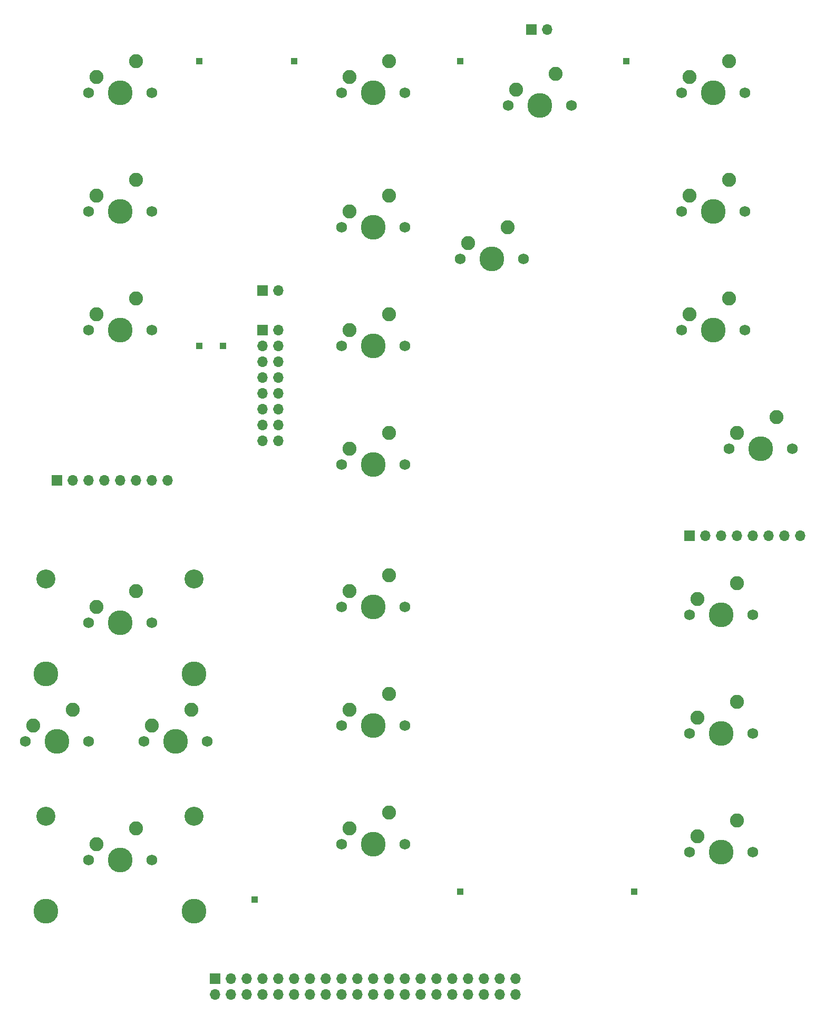
<source format=gbr>
%TF.GenerationSoftware,KiCad,Pcbnew,(5.1.10-1-10_14)*%
%TF.CreationDate,2021-05-06T19:08:34+01:00*%
%TF.ProjectId,haxophone001,6861786f-7068-46f6-9e65-3030312e6b69,rev?*%
%TF.SameCoordinates,Original*%
%TF.FileFunction,Soldermask,Bot*%
%TF.FilePolarity,Negative*%
%FSLAX46Y46*%
G04 Gerber Fmt 4.6, Leading zero omitted, Abs format (unit mm)*
G04 Created by KiCad (PCBNEW (5.1.10-1-10_14)) date 2021-05-06 19:08:34*
%MOMM*%
%LPD*%
G01*
G04 APERTURE LIST*
%ADD10R,1.000000X1.000000*%
%ADD11C,2.250000*%
%ADD12C,3.987800*%
%ADD13C,1.750000*%
%ADD14C,3.048000*%
%ADD15O,1.700000X1.700000*%
%ADD16R,1.700000X1.700000*%
G04 APERTURE END LIST*
D10*
%TO.C,REF\u002A\u002A*%
X80010000Y-68580000D03*
%TD*%
%TO.C,REF\u002A\u002A*%
X76200000Y-68580000D03*
%TD*%
%TO.C,REF\u002A\u002A*%
X85090000Y-157480000D03*
%TD*%
%TO.C,REF\u002A\u002A*%
X91440000Y-22860000D03*
%TD*%
%TO.C,REF\u002A\u002A*%
X76200000Y-22860000D03*
%TD*%
%TO.C,REF\u002A\u002A*%
X144780000Y-22860000D03*
%TD*%
%TO.C,REF\u002A\u002A*%
X118110000Y-22860000D03*
%TD*%
%TO.C,REF\u002A\u002A*%
X146050000Y-156210000D03*
%TD*%
%TO.C,REF\u002A\u002A*%
X118110000Y-156210000D03*
%TD*%
D11*
%TO.C,MX7*%
X66040000Y-146050000D03*
D12*
X63500000Y-151130000D03*
D11*
X59690000Y-148590000D03*
D13*
X58420000Y-151130000D03*
X68580000Y-151130000D03*
D14*
X51593750Y-144145000D03*
X75406250Y-144145000D03*
D12*
X51593750Y-159385000D03*
X75406250Y-159385000D03*
%TD*%
D11*
%TO.C,MX23*%
X161290000Y-41910000D03*
D12*
X158750000Y-46990000D03*
D11*
X154940000Y-44450000D03*
D13*
X153670000Y-46990000D03*
X163830000Y-46990000D03*
%TD*%
D15*
%TO.C,J2*%
X88900000Y-83820000D03*
X86360000Y-83820000D03*
X88900000Y-81280000D03*
X86360000Y-81280000D03*
X88900000Y-78740000D03*
X86360000Y-78740000D03*
X88900000Y-76200000D03*
X86360000Y-76200000D03*
X88900000Y-73660000D03*
X86360000Y-73660000D03*
X88900000Y-71120000D03*
X86360000Y-71120000D03*
X88900000Y-68580000D03*
X86360000Y-68580000D03*
X88900000Y-66040000D03*
D16*
X86360000Y-66040000D03*
%TD*%
D11*
%TO.C,MX2*%
X66040000Y-41910000D03*
D12*
X63500000Y-46990000D03*
D11*
X59690000Y-44450000D03*
D13*
X58420000Y-46990000D03*
X68580000Y-46990000D03*
%TD*%
D11*
%TO.C,MX16*%
X106680000Y-143510000D03*
D12*
X104140000Y-148590000D03*
D11*
X100330000Y-146050000D03*
D13*
X99060000Y-148590000D03*
X109220000Y-148590000D03*
%TD*%
D11*
%TO.C,MX4*%
X66040000Y-107950000D03*
D12*
X63500000Y-113030000D03*
D11*
X59690000Y-110490000D03*
D13*
X58420000Y-113030000D03*
X68580000Y-113030000D03*
D14*
X51593750Y-106045000D03*
X75406250Y-106045000D03*
D12*
X51593750Y-121285000D03*
X75406250Y-121285000D03*
%TD*%
D11*
%TO.C,MX22*%
X162560000Y-125730000D03*
D12*
X160020000Y-130810000D03*
D11*
X156210000Y-128270000D03*
D13*
X154940000Y-130810000D03*
X165100000Y-130810000D03*
%TD*%
D11*
%TO.C,MX21*%
X162560000Y-106680000D03*
D12*
X160020000Y-111760000D03*
D11*
X156210000Y-109220000D03*
D13*
X154940000Y-111760000D03*
X165100000Y-111760000D03*
%TD*%
D11*
%TO.C,MX20*%
X168910000Y-80010000D03*
D12*
X166370000Y-85090000D03*
D11*
X162560000Y-82550000D03*
D13*
X161290000Y-85090000D03*
X171450000Y-85090000D03*
%TD*%
D11*
%TO.C,MX19*%
X161290000Y-60960000D03*
D12*
X158750000Y-66040000D03*
D11*
X154940000Y-63500000D03*
D13*
X153670000Y-66040000D03*
X163830000Y-66040000D03*
%TD*%
D11*
%TO.C,MX18*%
X162560000Y-144780000D03*
D12*
X160020000Y-149860000D03*
D11*
X156210000Y-147320000D03*
D13*
X154940000Y-149860000D03*
X165100000Y-149860000D03*
%TD*%
D11*
%TO.C,MX17*%
X161290000Y-22860000D03*
D12*
X158750000Y-27940000D03*
D11*
X154940000Y-25400000D03*
D13*
X153670000Y-27940000D03*
X163830000Y-27940000D03*
%TD*%
D11*
%TO.C,MX15*%
X106680000Y-124460000D03*
D12*
X104140000Y-129540000D03*
D11*
X100330000Y-127000000D03*
D13*
X99060000Y-129540000D03*
X109220000Y-129540000D03*
%TD*%
D11*
%TO.C,MX14*%
X106680000Y-105410000D03*
D12*
X104140000Y-110490000D03*
D11*
X100330000Y-107950000D03*
D13*
X99060000Y-110490000D03*
X109220000Y-110490000D03*
%TD*%
D11*
%TO.C,MX13*%
X106680000Y-82550000D03*
D12*
X104140000Y-87630000D03*
D11*
X100330000Y-85090000D03*
D13*
X99060000Y-87630000D03*
X109220000Y-87630000D03*
%TD*%
D11*
%TO.C,MX12*%
X106680000Y-63500000D03*
D12*
X104140000Y-68580000D03*
D11*
X100330000Y-66040000D03*
D13*
X99060000Y-68580000D03*
X109220000Y-68580000D03*
%TD*%
D16*
%TO.C,J3*%
X78740000Y-170180000D03*
D15*
X78740000Y-172720000D03*
X81280000Y-170180000D03*
X81280000Y-172720000D03*
X83820000Y-170180000D03*
X83820000Y-172720000D03*
X86360000Y-170180000D03*
X86360000Y-172720000D03*
X88900000Y-170180000D03*
X88900000Y-172720000D03*
X91440000Y-170180000D03*
X91440000Y-172720000D03*
X93980000Y-170180000D03*
X93980000Y-172720000D03*
X96520000Y-170180000D03*
X96520000Y-172720000D03*
X99060000Y-170180000D03*
X99060000Y-172720000D03*
X101600000Y-170180000D03*
X101600000Y-172720000D03*
X104140000Y-170180000D03*
X104140000Y-172720000D03*
X106680000Y-170180000D03*
X106680000Y-172720000D03*
X109220000Y-170180000D03*
X109220000Y-172720000D03*
X111760000Y-170180000D03*
X111760000Y-172720000D03*
X114300000Y-170180000D03*
X114300000Y-172720000D03*
X116840000Y-170180000D03*
X116840000Y-172720000D03*
X119380000Y-170180000D03*
X119380000Y-172720000D03*
X121920000Y-170180000D03*
X121920000Y-172720000D03*
X124460000Y-170180000D03*
X124460000Y-172720000D03*
X127000000Y-170180000D03*
X127000000Y-172720000D03*
%TD*%
%TO.C,J6*%
X88900000Y-59690000D03*
D16*
X86360000Y-59690000D03*
%TD*%
D15*
%TO.C,J5*%
X132080000Y-17780000D03*
D16*
X129540000Y-17780000D03*
%TD*%
D11*
%TO.C,MX8*%
X133505000Y-24935000D03*
D12*
X130965000Y-30015000D03*
D11*
X127155000Y-27475000D03*
D13*
X125885000Y-30015000D03*
X136045000Y-30015000D03*
%TD*%
D11*
%TO.C,MX11*%
X125730000Y-49530000D03*
D12*
X123190000Y-54610000D03*
D11*
X119380000Y-52070000D03*
D13*
X118110000Y-54610000D03*
X128270000Y-54610000D03*
%TD*%
D11*
%TO.C,MX6*%
X55880000Y-127000000D03*
D12*
X53340000Y-132080000D03*
D11*
X49530000Y-129540000D03*
D13*
X48260000Y-132080000D03*
X58420000Y-132080000D03*
%TD*%
D11*
%TO.C,MX10*%
X106680000Y-44450000D03*
D12*
X104140000Y-49530000D03*
D11*
X100330000Y-46990000D03*
D13*
X99060000Y-49530000D03*
X109220000Y-49530000D03*
%TD*%
D11*
%TO.C,MX9*%
X106680000Y-22860000D03*
D12*
X104140000Y-27940000D03*
D11*
X100330000Y-25400000D03*
D13*
X99060000Y-27940000D03*
X109220000Y-27940000D03*
%TD*%
D11*
%TO.C,MX5*%
X74930000Y-127000000D03*
D12*
X72390000Y-132080000D03*
D11*
X68580000Y-129540000D03*
D13*
X67310000Y-132080000D03*
X77470000Y-132080000D03*
%TD*%
D15*
%TO.C,J1*%
X71120000Y-90170000D03*
X68580000Y-90170000D03*
X66040000Y-90170000D03*
X63500000Y-90170000D03*
X60960000Y-90170000D03*
X58420000Y-90170000D03*
X55880000Y-90170000D03*
D16*
X53340000Y-90170000D03*
%TD*%
D11*
%TO.C,MX1*%
X66040000Y-22860000D03*
D12*
X63500000Y-27940000D03*
D11*
X59690000Y-25400000D03*
D13*
X58420000Y-27940000D03*
X68580000Y-27940000D03*
%TD*%
D15*
%TO.C,J4*%
X172720000Y-99060000D03*
X170180000Y-99060000D03*
X167640000Y-99060000D03*
X165100000Y-99060000D03*
X162560000Y-99060000D03*
X160020000Y-99060000D03*
X157480000Y-99060000D03*
D16*
X154940000Y-99060000D03*
%TD*%
D11*
%TO.C,MX3*%
X66040000Y-60960000D03*
D12*
X63500000Y-66040000D03*
D11*
X59690000Y-63500000D03*
D13*
X58420000Y-66040000D03*
X68580000Y-66040000D03*
%TD*%
M02*

</source>
